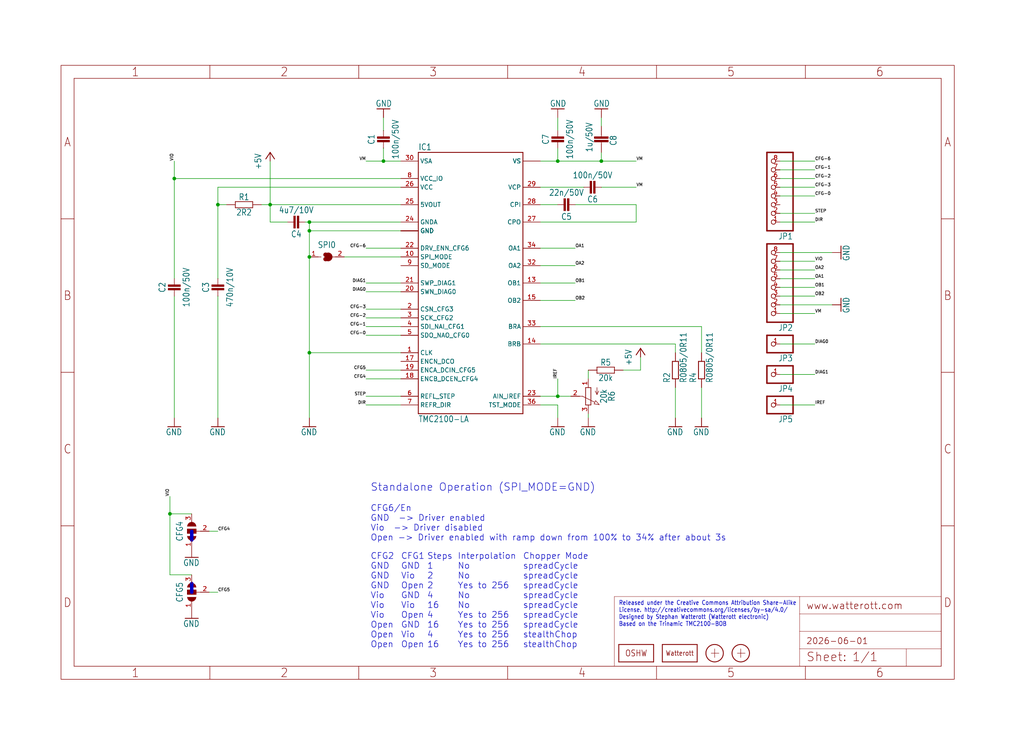
<source format=kicad_sch>
(kicad_sch (version 20230121) (generator eeschema)
  (paper "User" 298.45 217.322)
  (lib_symbols
    (symbol "working-eagle-import:+5V" (power)
      (property "Value" "+5V" (at -2.54 -5.08 90))
      (symbol "+5V_1_0"
        (polyline (pts (xy 0 0) (xy -1.27 -1.905)) (stroke (width 0.254)))
        (polyline (pts (xy 1.27 -1.905) (xy 0 0)) (stroke (width 0.254)))
        (pin power_in line (at 0 -2.54 90) (length 2.54) (name "+5V") (number "1"))
      )
    )
    (symbol "working-eagle-import:C-EUC0603"
      (property "Reference" "C" (at 1.524 0.381 0))
      (symbol "C-EUC0603_1_0"
        (rectangle (start -2.032 -2.032) (end 2.032 -1.524) (fill (type outline)))
        (rectangle (start -2.032 -1.016) (end 2.032 -0.508) (fill (type outline)))
        (polyline (pts (xy 0 -2.54) (xy 0 -2.032)) (stroke (width 0.1524)))
        (polyline (pts (xy 0 0) (xy 0 -0.508)) (stroke (width 0.1524)))
        (pin passive line (at 0 2.54 270) (length 2.54) (name "1") (number "1"))
        (pin passive line (at 0 -5.08 90) (length 2.54) (name "2") (number "2"))
      )
    )
    (symbol "working-eagle-import:CAPACITOR-0402"
      (property "Reference" "C" (at 0 2.54 0))
      (symbol "CAPACITOR-0402_1_0"
        (rectangle (start -0.762 1.778) (end -0.254 -1.778) (fill (type outline)))
        (polyline (pts (xy -2.54 0) (xy -0.762 0)) (stroke (width 0.1524)))
        (polyline (pts (xy 2.54 0) (xy 0.762 0)) (stroke (width 0.1524)))
        (rectangle (start 0.254 1.778) (end 0.762 -1.778) (fill (type outline)))
        (pin passive line (at -2.54 0 0) (length 0) (name "1") (number "1"))
        (pin passive line (at 2.54 0 180) (length 0) (name "2") (number "2"))
      )
    )
    (symbol "working-eagle-import:FRAME-A4L"
      (symbol "FRAME-A4L_1_0"
        (polyline (pts (xy 0 44.7675) (xy 3.81 44.7675)))
        (polyline (pts (xy 0 89.535) (xy 3.81 89.535)))
        (polyline (pts (xy 0 134.3025) (xy 3.81 134.3025)))
        (polyline (pts (xy 3.81 3.81) (xy 3.81 175.26)))
        (polyline (pts (xy 43.3917 0) (xy 43.3917 3.81)))
        (polyline (pts (xy 43.3917 175.26) (xy 43.3917 179.07)))
        (polyline (pts (xy 86.7833 0) (xy 86.7833 3.81)))
        (polyline (pts (xy 86.7833 175.26) (xy 86.7833 179.07)))
        (polyline (pts (xy 130.175 0) (xy 130.175 3.81)))
        (polyline (pts (xy 130.175 175.26) (xy 130.175 179.07)))
        (polyline (pts (xy 161.29 3.81) (xy 161.29 24.13)) (stroke (width 0.1016)))
        (polyline (pts (xy 161.29 24.13) (xy 215.265 24.13)) (stroke (width 0.1016)))
        (polyline (pts (xy 173.5667 0) (xy 173.5667 3.81)))
        (polyline (pts (xy 173.5667 175.26) (xy 173.5667 179.07)))
        (polyline (pts (xy 215.265 8.89) (xy 215.265 3.81)) (stroke (width 0.1016)))
        (polyline (pts (xy 215.265 8.89) (xy 215.265 13.97)) (stroke (width 0.1016)))
        (polyline (pts (xy 215.265 13.97) (xy 215.265 19.05)) (stroke (width 0.1016)))
        (polyline (pts (xy 215.265 13.97) (xy 256.54 13.97)) (stroke (width 0.1016)))
        (polyline (pts (xy 215.265 19.05) (xy 215.265 24.13)) (stroke (width 0.1016)))
        (polyline (pts (xy 215.265 19.05) (xy 256.54 19.05)) (stroke (width 0.1016)))
        (polyline (pts (xy 215.265 24.13) (xy 256.54 24.13)) (stroke (width 0.1016)))
        (polyline (pts (xy 216.9583 0) (xy 216.9583 3.81)))
        (polyline (pts (xy 216.9583 175.26) (xy 216.9583 179.07)))
        (polyline (pts (xy 246.38 3.81) (xy 246.38 8.89)) (stroke (width 0.1016)))
        (polyline (pts (xy 246.38 8.89) (xy 215.265 8.89)) (stroke (width 0.1016)))
        (polyline (pts (xy 246.38 8.89) (xy 256.54 8.89)) (stroke (width 0.1016)))
        (polyline (pts (xy 256.54 3.81) (xy 3.81 3.81)))
        (polyline (pts (xy 256.54 3.81) (xy 256.54 8.89)) (stroke (width 0.1016)))
        (polyline (pts (xy 256.54 3.81) (xy 256.54 175.26)))
        (polyline (pts (xy 256.54 8.89) (xy 256.54 13.97)) (stroke (width 0.1016)))
        (polyline (pts (xy 256.54 13.97) (xy 256.54 19.05)) (stroke (width 0.1016)))
        (polyline (pts (xy 256.54 19.05) (xy 256.54 24.13)) (stroke (width 0.1016)))
        (polyline (pts (xy 256.54 44.7675) (xy 260.35 44.7675)))
        (polyline (pts (xy 256.54 89.535) (xy 260.35 89.535)))
        (polyline (pts (xy 256.54 134.3025) (xy 260.35 134.3025)))
        (polyline (pts (xy 256.54 175.26) (xy 3.81 175.26)))
        (polyline (pts (xy 0 0) (xy 260.35 0) (xy 260.35 179.07) (xy 0 179.07) (xy 0 0)))
        (text "${#}/${##}" (at 230.505 5.08 0) (effects (font (size 2.54 2.54)) (justify left bottom)))
        (text "${CURRENT_DATE}" (at 217.17 10.16 0) (effects (font (size 1.778 1.778)) (justify left bottom)))
        (text "${PROJECTNAME}" (at 217.17 15.24 0) (effects (font (size 1.778 1.778)) (justify left bottom)))
        (text "1" (at 21.6958 1.905 0) (effects (font (size 2.54 2.286))))
        (text "1" (at 21.6958 177.165 0) (effects (font (size 2.54 2.286))))
        (text "2" (at 65.0875 1.905 0) (effects (font (size 2.54 2.286))))
        (text "2" (at 65.0875 177.165 0) (effects (font (size 2.54 2.286))))
        (text "3" (at 108.4792 1.905 0) (effects (font (size 2.54 2.286))))
        (text "3" (at 108.4792 177.165 0) (effects (font (size 2.54 2.286))))
        (text "4" (at 151.8708 1.905 0) (effects (font (size 2.54 2.286))))
        (text "4" (at 151.8708 177.165 0) (effects (font (size 2.54 2.286))))
        (text "5" (at 195.2625 1.905 0) (effects (font (size 2.54 2.286))))
        (text "5" (at 195.2625 177.165 0) (effects (font (size 2.54 2.286))))
        (text "6" (at 238.6542 1.905 0) (effects (font (size 2.54 2.286))))
        (text "6" (at 238.6542 177.165 0) (effects (font (size 2.54 2.286))))
        (text "A" (at 1.905 156.6863 0) (effects (font (size 2.54 2.286))))
        (text "A" (at 258.445 156.6863 0) (effects (font (size 2.54 2.286))))
        (text "B" (at 1.905 111.9188 0) (effects (font (size 2.54 2.286))))
        (text "B" (at 258.445 111.9188 0) (effects (font (size 2.54 2.286))))
        (text "C" (at 1.905 67.1513 0) (effects (font (size 2.54 2.286))))
        (text "C" (at 258.445 67.1513 0) (effects (font (size 2.54 2.286))))
        (text "D" (at 1.905 22.3838 0) (effects (font (size 2.54 2.286))))
        (text "D" (at 258.445 22.3838 0) (effects (font (size 2.54 2.286))))
        (text "Sheet:" (at 217.17 5.08 0) (effects (font (size 2.54 2.54)) (justify left bottom)))
        (text "www.watterott.com" (at 217.17 20.32 0) (effects (font (size 2.032 2.032)) (justify left bottom)))
      )
    )
    (symbol "working-eagle-import:GND" (power)
      (property "Value" "GND" (at -2.54 -2.54 0))
      (symbol "GND_1_0"
        (polyline (pts (xy -1.905 0) (xy 1.905 0)) (stroke (width 0.254)))
        (pin power_in line (at 0 2.54 270) (length 2.54) (name "GND") (number "1"))
      )
    )
    (symbol "working-eagle-import:JUMPER2-0402-NC"
      (property "Reference" "J" (at 0 2.54 0))
      (symbol "JUMPER2-0402-NC_1_0"
        (arc (start -0.381 -0.635) (mid 0.2541 -0.0001) (end -0.3808 0.635) (stroke (width 1.27)))
        (polyline (pts (xy -2.54 0) (xy -1.651 0)) (stroke (width 0.1524)))
        (polyline (pts (xy 2.54 0) (xy 1.651 0)) (stroke (width 0.1524)))
        (arc (start 0.3808 -0.635) (mid 1.0132 -0.0001) (end 0.381 0.635) (stroke (width 1.27)))
        (pin passive line (at -5.08 0 0) (length 2.54) (name "1") (number "1"))
        (pin passive line (at 5.08 0 180) (length 2.54) (name "2") (number "2"))
      )
    )
    (symbol "working-eagle-import:JUMPER3-0201"
      (property "Reference" "J" (at 2.54 0 90))
      (symbol "JUMPER3-0201_1_0"
        (arc (start -1.27 -1.397) (mid 0 -2.6615) (end 1.27 -1.397) (stroke (width 0.0001)) (fill (type outline)))
        (rectangle (start -1.27 -0.635) (end 1.27 0.635) (fill (type outline)))
        (polyline (pts (xy -2.54 0) (xy -1.27 0)) (stroke (width 0.1524)))
        (polyline (pts (xy -1.27 -0.635) (xy -1.27 0)) (stroke (width 0.1524)))
        (polyline (pts (xy -1.27 0) (xy -1.27 0.635)) (stroke (width 0.1524)))
        (polyline (pts (xy -1.27 0.635) (xy 1.27 0.635)) (stroke (width 0.1524)))
        (polyline (pts (xy 1.27 -0.635) (xy -1.27 -0.635)) (stroke (width 0.1524)))
        (polyline (pts (xy 1.27 0.635) (xy 1.27 -0.635)) (stroke (width 0.1524)))
        (arc (start 1.27 1.397) (mid 0 2.6615) (end -1.27 1.397) (stroke (width 0.0001)) (fill (type outline)))
        (pin passive line (at 0 5.08 270) (length 2.54) (name "1") (number "1"))
        (pin passive line (at -5.08 0 0) (length 2.54) (name "2") (number "2"))
        (pin passive line (at 0 -5.08 90) (length 2.54) (name "3") (number "3"))
      )
    )
    (symbol "working-eagle-import:LOGO-S_PLACE_M"
      (symbol "LOGO-S_PLACE_M_1_0"
        (polyline (pts (xy -5.08 -2.54) (xy -5.08 2.54)) (stroke (width 0.254)))
        (polyline (pts (xy -5.08 2.54) (xy 5.08 2.54)) (stroke (width 0.254)))
        (polyline (pts (xy 5.08 -2.54) (xy -5.08 -2.54)) (stroke (width 0.254)))
        (polyline (pts (xy 5.08 2.54) (xy 5.08 -2.54)) (stroke (width 0.254)))
        (text "Watterott" (at 0 0 0) (effects (font (size 1.4224 1.209))))
      )
    )
    (symbol "working-eagle-import:OSHW_LOGOX0070"
      (symbol "OSHW_LOGOX0070_1_0"
        (polyline (pts (xy -5.08 -2.54) (xy -5.08 2.54)) (stroke (width 0.254)))
        (polyline (pts (xy -5.08 2.54) (xy 5.08 2.54)) (stroke (width 0.254)))
        (polyline (pts (xy 5.08 -2.54) (xy -5.08 -2.54)) (stroke (width 0.254)))
        (polyline (pts (xy 5.08 2.54) (xy 5.08 -2.54)) (stroke (width 0.254)))
        (text "OSHW" (at 0 0 0) (effects (font (size 1.778 1.5113))))
      )
    )
    (symbol "working-eagle-import:PASSER-07"
      (symbol "PASSER-07_1_0"
        (polyline (pts (xy -1.016 0) (xy 1.27 0)) (stroke (width 0.127)))
        (polyline (pts (xy 0 1.27) (xy 0 -1.27)) (stroke (width 0.127)))
        (circle (center 0 0) (radius 2.54) (stroke (width 0.254)))
      )
    )
    (symbol "working-eagle-import:PINHD-1X08_2.54-S"
      (property "Reference" "JP" (at -6.35 13.335 0))
      (symbol "PINHD-1X08_2.54-S_1_0"
        (polyline (pts (xy -6.35 -10.16) (xy 1.27 -10.16)) (stroke (width 0.4064)))
        (polyline (pts (xy -6.35 12.7) (xy -6.35 -10.16)) (stroke (width 0.4064)))
        (polyline (pts (xy 1.27 -10.16) (xy 1.27 12.7)) (stroke (width 0.4064)))
        (polyline (pts (xy 1.27 12.7) (xy -6.35 12.7)) (stroke (width 0.4064)))
        (pin passive inverted (at -2.54 10.16 0) (length 2.54) (name "1") (number "1"))
        (pin passive inverted (at -2.54 7.62 0) (length 2.54) (name "2") (number "2"))
        (pin passive inverted (at -2.54 5.08 0) (length 2.54) (name "3") (number "3"))
        (pin passive inverted (at -2.54 2.54 0) (length 2.54) (name "4") (number "4"))
        (pin passive inverted (at -2.54 0 0) (length 2.54) (name "5") (number "5"))
        (pin passive inverted (at -2.54 -2.54 0) (length 2.54) (name "6") (number "6"))
        (pin passive inverted (at -2.54 -5.08 0) (length 2.54) (name "7") (number "7"))
        (pin passive inverted (at -2.54 -7.62 0) (length 2.54) (name "8") (number "8"))
      )
    )
    (symbol "working-eagle-import:PINHD-1X1"
      (property "Reference" "JP" (at -6.35 3.175 0))
      (symbol "PINHD-1X1_1_0"
        (polyline (pts (xy -6.35 -2.54) (xy 1.27 -2.54)) (stroke (width 0.4064)))
        (polyline (pts (xy -6.35 2.54) (xy -6.35 -2.54)) (stroke (width 0.4064)))
        (polyline (pts (xy 1.27 -2.54) (xy 1.27 2.54)) (stroke (width 0.4064)))
        (polyline (pts (xy 1.27 2.54) (xy -6.35 2.54)) (stroke (width 0.4064)))
        (pin passive inverted (at -2.54 0 0) (length 2.54) (name "1") (number "1"))
      )
    )
    (symbol "working-eagle-import:POTEVM3R"
      (property "Reference" "R" (at -5.842 0 90))
      (symbol "POTEVM3R_1_0"
        (polyline (pts (xy -3.1989 2.4495) (xy -1.7018 2.2352)) (stroke (width 0.1524)))
        (polyline (pts (xy -2.54 -2.54) (xy -2.54 -0.508)) (stroke (width 0.1524)))
        (polyline (pts (xy -2.54 -0.508) (xy -3.048 -1.524)) (stroke (width 0.1524)))
        (polyline (pts (xy -2.54 -0.508) (xy -2.032 -1.524)) (stroke (width 0.1524)))
        (polyline (pts (xy -2.1597 1.2939) (xy -3.1989 2.4495)) (stroke (width 0.1524)))
        (polyline (pts (xy -2.1597 1.2939) (xy -1.7018 2.2352)) (stroke (width 0.1524)))
        (polyline (pts (xy -0.762 -2.54) (xy 0.762 -2.54)) (stroke (width 0.2032)))
        (polyline (pts (xy -0.762 2.54) (xy -0.762 -2.54)) (stroke (width 0.2032)))
        (polyline (pts (xy 0.762 -2.54) (xy 0.762 2.54)) (stroke (width 0.2032)))
        (polyline (pts (xy 0.762 2.54) (xy -0.762 2.54)) (stroke (width 0.2032)))
        (polyline (pts (xy 1.651 0) (xy -1.8796 1.7526)) (stroke (width 0.1524)))
        (polyline (pts (xy 2.54 0) (xy 1.651 0)) (stroke (width 0.1524)))
        (pin passive line (at 0 -5.08 90) (length 2.54) (name "A") (number "1"))
        (pin passive line (at 5.08 0 180) (length 2.54) (name "S") (number "2"))
        (pin passive line (at 0 5.08 270) (length 2.54) (name "E") (number "3"))
      )
    )
    (symbol "working-eagle-import:R-EU_M0805"
      (property "Reference" "R" (at -3.81 1.4986 0))
      (symbol "R-EU_M0805_1_0"
        (polyline (pts (xy -2.54 -0.889) (xy -2.54 0.889)) (stroke (width 0.254)))
        (polyline (pts (xy -2.54 -0.889) (xy 2.54 -0.889)) (stroke (width 0.254)))
        (polyline (pts (xy 2.54 -0.889) (xy 2.54 0.889)) (stroke (width 0.254)))
        (polyline (pts (xy 2.54 0.889) (xy -2.54 0.889)) (stroke (width 0.254)))
        (pin passive line (at -5.08 0 0) (length 2.54) (name "1") (number "1"))
        (pin passive line (at 5.08 0 180) (length 2.54) (name "2") (number "2"))
      )
    )
    (symbol "working-eagle-import:RESISTOR-0402"
      (property "Reference" "R" (at 0 1.27 0))
      (symbol "RESISTOR-0402_1_0"
        (polyline (pts (xy -2.54 -0.889) (xy -2.54 0.889)) (stroke (width 0.2032)))
        (polyline (pts (xy -2.54 0.889) (xy 2.54 0.889)) (stroke (width 0.2032)))
        (polyline (pts (xy 2.54 -0.889) (xy -2.54 -0.889)) (stroke (width 0.2032)))
        (polyline (pts (xy 2.54 0.889) (xy 2.54 -0.889)) (stroke (width 0.2032)))
        (pin passive line (at -5.08 0 0) (length 2.54) (name "1") (number "1"))
        (pin passive line (at 5.08 0 180) (length 2.54) (name "2") (number "2"))
      )
    )
    (symbol "working-eagle-import:TMC2100-LA"
      (property "Reference" "IC" (at -15.24 40.64 0))
      (symbol "TMC2100-LA_1_0"
        (polyline (pts (xy -15.24 -38.1) (xy 15.24 -38.1)) (stroke (width 0.254)))
        (polyline (pts (xy -15.24 38.1) (xy -15.24 -38.1)) (stroke (width 0.254)))
        (polyline (pts (xy 15.24 -38.1) (xy 15.24 38.1)) (stroke (width 0.254)))
        (polyline (pts (xy 15.24 38.1) (xy -15.24 38.1)) (stroke (width 0.254)))
        (pin bidirectional line (at -20.32 -20.32 0) (length 5.08) (name "CLK") (number "1"))
        (pin bidirectional line (at -20.32 7.62 0) (length 5.08) (name "SPI_MODE") (number "10"))
        (pin power_in line (at -20.32 15.24 0) (length 5.08) (name "GND") (number "11"))
        (pin power_in line (at -20.32 15.24 0) (length 5.08) (name "GND") (number "12"))
        (pin output line (at 20.32 0 180) (length 5.08) (name "OB1") (number "13"))
        (pin output line (at 20.32 -17.78 180) (length 5.08) (name "BRB") (number "14"))
        (pin output line (at 20.32 -5.08 180) (length 5.08) (name "OB2") (number "15"))
        (pin power_in line (at 20.32 35.56 180) (length 5.08) (name "VS") (number "16"))
        (pin bidirectional line (at -20.32 -22.86 0) (length 5.08) (name "ENCN_DCO") (number "17"))
        (pin bidirectional line (at -20.32 -27.94 0) (length 5.08) (name "ENCB_DCEN_CFG4") (number "18"))
        (pin bidirectional line (at -20.32 -25.4 0) (length 5.08) (name "ENCA_DCIN_CFG5") (number "19"))
        (pin bidirectional line (at -20.32 -7.62 0) (length 5.08) (name "CSN_CFG3") (number "2"))
        (pin bidirectional line (at -20.32 -2.54 0) (length 5.08) (name "SWN_DIAG0") (number "20"))
        (pin bidirectional line (at -20.32 0 0) (length 5.08) (name "SWP_DIAG1") (number "21"))
        (pin bidirectional line (at -20.32 10.16 0) (length 5.08) (name "DRV_ENN_CFG6") (number "22"))
        (pin passive line (at 20.32 -33.02 180) (length 5.08) (name "AIN_IREF") (number "23"))
        (pin power_in line (at -20.32 17.78 0) (length 5.08) (name "GNDA") (number "24"))
        (pin power_in line (at -20.32 22.86 0) (length 5.08) (name "5VOUT") (number "25"))
        (pin power_in line (at -20.32 27.94 0) (length 5.08) (name "VCC") (number "26"))
        (pin passive line (at 20.32 17.78 180) (length 5.08) (name "CPO") (number "27"))
        (pin passive line (at 20.32 22.86 180) (length 5.08) (name "CPI") (number "28"))
        (pin passive line (at 20.32 27.94 180) (length 5.08) (name "VCP") (number "29"))
        (pin bidirectional line (at -20.32 -10.16 0) (length 5.08) (name "SCK_CFG2") (number "3"))
        (pin power_in line (at -20.32 35.56 0) (length 5.08) (name "VSA") (number "30"))
        (pin power_in line (at 20.32 35.56 180) (length 5.08) (name "VS") (number "31"))
        (pin output line (at 20.32 5.08 180) (length 5.08) (name "OA2") (number "32"))
        (pin output line (at 20.32 -12.7 180) (length 5.08) (name "BRA") (number "33"))
        (pin output line (at 20.32 10.16 180) (length 5.08) (name "OA1") (number "34"))
        (pin power_in line (at -20.32 15.24 0) (length 5.08) (name "GND") (number "35"))
        (pin bidirectional line (at 20.32 -35.56 180) (length 5.08) (name "TST_MODE") (number "36"))
        (pin bidirectional line (at -20.32 -12.7 0) (length 5.08) (name "SDI_NAI_CFG1") (number "4"))
        (pin bidirectional line (at -20.32 -15.24 0) (length 5.08) (name "SDO_NAO_CFG0") (number "5"))
        (pin bidirectional line (at -20.32 -33.02 0) (length 5.08) (name "REFL_STEP") (number "6"))
        (pin bidirectional line (at -20.32 -35.56 0) (length 5.08) (name "REFR_DIR") (number "7"))
        (pin power_in line (at -20.32 30.48 0) (length 5.08) (name "VCC_IO") (number "8"))
        (pin bidirectional line (at -20.32 5.08 0) (length 5.08) (name "SD_MODE") (number "9"))
        (pin power_in line (at -20.32 15.24 0) (length 5.08) (name "GND") (number "TP"))
      )
    )
  )
  (junction (at 49.53 149.86))
  (junction (at 63.5 59.69))
  (junction (at 90.17 74.93))
  (junction (at 162.56 115.57))
  (junction (at 90.17 102.87))
  (junction (at 162.56 46.99))
  (junction (at 111.76 46.99))
  (junction (at 90.17 67.31))
  (junction (at 175.26 46.99))
  (junction (at 90.17 64.77))
  (junction (at 78.74 59.69))
  (junction (at 50.8 52.07))
  (wire (pts (xy 227.33 64.77) (xy 237.49 64.77)) (stroke (width 0.1524)))
  (wire (pts (xy 50.8 86.36) (xy 50.8 121.92)) (stroke (width 0.1524)))
  (wire (pts (xy 227.33 78.74) (xy 237.49 78.74)) (stroke (width 0.1524)))
  (wire (pts (xy 63.5 81.28) (xy 63.5 59.69)) (stroke (width 0.1524)))
  (wire (pts (xy 50.8 52.07) (xy 50.8 46.99)) (stroke (width 0.1524)))
  (wire (pts (xy 66.04 59.69) (xy 63.5 59.69)) (stroke (width 0.1524)))
  (wire (pts (xy 175.26 54.61) (xy 185.42 54.61)) (stroke (width 0.1524)))
  (wire (pts (xy 227.33 83.82) (xy 237.49 83.82)) (stroke (width 0.1524)))
  (wire (pts (xy 55.88 149.86) (xy 49.53 149.86)) (stroke (width 0.1524)))
  (wire (pts (xy 116.84 64.77) (xy 90.17 64.77)) (stroke (width 0.1524)))
  (wire (pts (xy 157.48 82.55) (xy 167.64 82.55)) (stroke (width 0.1524)))
  (wire (pts (xy 157.48 95.25) (xy 204.47 95.25)) (stroke (width 0.1524)))
  (wire (pts (xy 116.84 115.57) (xy 106.68 115.57)) (stroke (width 0.1524)))
  (wire (pts (xy 227.33 73.66) (xy 242.57 73.66)) (stroke (width 0.1524)))
  (wire (pts (xy 157.48 87.63) (xy 167.64 87.63)) (stroke (width 0.1524)))
  (wire (pts (xy 157.48 72.39) (xy 167.64 72.39)) (stroke (width 0.1524)))
  (wire (pts (xy 171.45 110.49) (xy 171.45 107.95)) (stroke (width 0.1524)))
  (wire (pts (xy 157.48 54.61) (xy 170.18 54.61)) (stroke (width 0.1524)))
  (wire (pts (xy 227.33 76.2) (xy 237.49 76.2)) (stroke (width 0.1524)))
  (wire (pts (xy 157.48 100.33) (xy 196.85 100.33)) (stroke (width 0.1524)))
  (wire (pts (xy 162.56 46.99) (xy 162.56 43.18)) (stroke (width 0.1524)))
  (wire (pts (xy 237.49 57.15) (xy 227.33 57.15)) (stroke (width 0.1524)))
  (polyline (pts (xy 55.88 157.48) (xy 55.88 154.94)) (stroke (width 1.016) (type solid)))
  (wire (pts (xy 162.56 38.1) (xy 162.56 34.29)) (stroke (width 0.1524)))
  (wire (pts (xy 83.82 64.77) (xy 78.74 64.77)) (stroke (width 0.1524)))
  (wire (pts (xy 175.26 46.99) (xy 185.42 46.99)) (stroke (width 0.1524)))
  (wire (pts (xy 185.42 64.77) (xy 185.42 59.69)) (stroke (width 0.1524)))
  (wire (pts (xy 116.84 118.11) (xy 106.68 118.11)) (stroke (width 0.1524)))
  (polyline (pts (xy 55.88 172.72) (xy 55.88 170.18)) (stroke (width 1.016) (type solid)))
  (wire (pts (xy 88.9 64.77) (xy 90.17 64.77)) (stroke (width 0.1524)))
  (wire (pts (xy 204.47 121.92) (xy 204.47 113.03)) (stroke (width 0.1524)))
  (wire (pts (xy 227.33 54.61) (xy 237.49 54.61)) (stroke (width 0.1524)))
  (wire (pts (xy 78.74 59.69) (xy 116.84 59.69)) (stroke (width 0.1524)))
  (wire (pts (xy 227.33 49.53) (xy 237.49 49.53)) (stroke (width 0.1524)))
  (wire (pts (xy 227.33 91.44) (xy 237.49 91.44)) (stroke (width 0.1524)))
  (wire (pts (xy 60.96 172.72) (xy 63.5 172.72)) (stroke (width 0.1524)))
  (wire (pts (xy 111.76 34.29) (xy 111.76 38.1)) (stroke (width 0.1524)))
  (wire (pts (xy 90.17 67.31) (xy 90.17 74.93)) (stroke (width 0.1524)))
  (wire (pts (xy 63.5 59.69) (xy 63.5 54.61)) (stroke (width 0.1524)))
  (wire (pts (xy 227.33 86.36) (xy 237.49 86.36)) (stroke (width 0.1524)))
  (wire (pts (xy 175.26 44.45) (xy 175.26 46.99)) (stroke (width 0.1524)))
  (wire (pts (xy 116.84 72.39) (xy 106.68 72.39)) (stroke (width 0.1524)))
  (wire (pts (xy 157.48 59.69) (xy 162.56 59.69)) (stroke (width 0.1524)))
  (wire (pts (xy 157.48 118.11) (xy 162.56 118.11)) (stroke (width 0.1524)))
  (wire (pts (xy 78.74 59.69) (xy 76.2 59.69)) (stroke (width 0.1524)))
  (wire (pts (xy 227.33 100.33) (xy 237.49 100.33)) (stroke (width 0.1524)))
  (wire (pts (xy 116.84 52.07) (xy 50.8 52.07)) (stroke (width 0.1524)))
  (wire (pts (xy 227.33 52.07) (xy 237.49 52.07)) (stroke (width 0.1524)))
  (wire (pts (xy 116.84 85.09) (xy 106.68 85.09)) (stroke (width 0.1524)))
  (wire (pts (xy 111.76 43.18) (xy 111.76 46.99)) (stroke (width 0.1524)))
  (wire (pts (xy 116.84 46.99) (xy 111.76 46.99)) (stroke (width 0.1524)))
  (wire (pts (xy 157.48 64.77) (xy 185.42 64.77)) (stroke (width 0.1524)))
  (wire (pts (xy 227.33 88.9) (xy 242.57 88.9)) (stroke (width 0.1524)))
  (wire (pts (xy 175.26 36.83) (xy 175.26 34.29)) (stroke (width 0.1524)))
  (wire (pts (xy 185.42 59.69) (xy 167.64 59.69)) (stroke (width 0.1524)))
  (wire (pts (xy 166.37 115.57) (xy 162.56 115.57)) (stroke (width 0.1524)))
  (wire (pts (xy 162.56 118.11) (xy 162.56 121.92)) (stroke (width 0.1524)))
  (wire (pts (xy 50.8 52.07) (xy 50.8 81.28)) (stroke (width 0.1524)))
  (wire (pts (xy 63.5 86.36) (xy 63.5 121.92)) (stroke (width 0.1524)))
  (wire (pts (xy 186.69 104.14) (xy 186.69 107.95)) (stroke (width 0.1524)))
  (wire (pts (xy 186.69 107.95) (xy 181.61 107.95)) (stroke (width 0.1524)))
  (wire (pts (xy 78.74 64.77) (xy 78.74 59.69)) (stroke (width 0.1524)))
  (wire (pts (xy 162.56 115.57) (xy 157.48 115.57)) (stroke (width 0.1524)))
  (wire (pts (xy 78.74 59.69) (xy 78.74 46.99)) (stroke (width 0.1524)))
  (wire (pts (xy 116.84 74.93) (xy 100.33 74.93)) (stroke (width 0.1524)))
  (wire (pts (xy 116.84 102.87) (xy 90.17 102.87)) (stroke (width 0.1524)))
  (wire (pts (xy 196.85 100.33) (xy 196.85 102.87)) (stroke (width 0.1524)))
  (wire (pts (xy 227.33 62.23) (xy 237.49 62.23)) (stroke (width 0.1524)))
  (wire (pts (xy 116.84 54.61) (xy 63.5 54.61)) (stroke (width 0.1524)))
  (wire (pts (xy 162.56 46.99) (xy 175.26 46.99)) (stroke (width 0.1524)))
  (wire (pts (xy 116.84 110.49) (xy 106.68 110.49)) (stroke (width 0.1524)))
  (wire (pts (xy 162.56 115.57) (xy 162.56 110.49)) (stroke (width 0.1524)))
  (wire (pts (xy 196.85 121.92) (xy 196.85 113.03)) (stroke (width 0.1524)))
  (wire (pts (xy 90.17 102.87) (xy 90.17 74.93)) (stroke (width 0.1524)))
  (wire (pts (xy 116.84 107.95) (xy 106.68 107.95)) (stroke (width 0.1524)))
  (wire (pts (xy 49.53 167.64) (xy 49.53 149.86)) (stroke (width 0.1524)))
  (wire (pts (xy 237.49 118.11) (xy 227.33 118.11)) (stroke (width 0.1524)))
  (wire (pts (xy 106.68 97.79) (xy 116.84 97.79)) (stroke (width 0.1524)))
  (wire (pts (xy 49.53 149.86) (xy 49.53 144.78)) (stroke (width 0.1524)))
  (wire (pts (xy 227.33 109.22) (xy 237.49 109.22)) (stroke (width 0.1524)))
  (wire (pts (xy 116.84 82.55) (xy 106.68 82.55)) (stroke (width 0.1524)))
  (wire (pts (xy 116.84 92.71) (xy 106.68 92.71)) (stroke (width 0.1524)))
  (wire (pts (xy 227.33 81.28) (xy 237.49 81.28)) (stroke (width 0.1524)))
  (wire (pts (xy 111.76 46.99) (xy 106.68 46.99)) (stroke (width 0.1524)))
  (wire (pts (xy 227.33 46.99) (xy 237.49 46.99)) (stroke (width 0.1524)))
  (wire (pts (xy 116.84 90.17) (xy 106.68 90.17)) (stroke (width 0.1524)))
  (wire (pts (xy 157.48 77.47) (xy 167.64 77.47)) (stroke (width 0.1524)))
  (wire (pts (xy 116.84 95.25) (xy 106.68 95.25)) (stroke (width 0.1524)))
  (wire (pts (xy 63.5 154.94) (xy 60.96 154.94)) (stroke (width 0.1524)))
  (wire (pts (xy 90.17 102.87) (xy 90.17 121.92)) (stroke (width 0.1524)))
  (wire (pts (xy 204.47 95.25) (xy 204.47 102.87)) (stroke (width 0.1524)))
  (wire (pts (xy 171.45 121.92) (xy 171.45 120.65)) (stroke (width 0.1524)))
  (wire (pts (xy 55.88 167.64) (xy 49.53 167.64)) (stroke (width 0.1524)))
  (wire (pts (xy 90.17 67.31) (xy 116.84 67.31)) (stroke (width 0.1524)))
  (wire (pts (xy 157.48 46.99) (xy 162.56 46.99)) (stroke (width 0.1524)))
  (wire (pts (xy 90.17 64.77) (xy 90.17 67.31)) (stroke (width 0.1524)))
  (text "Standalone Operation (SPI_MODE=GND)" (at 107.95 140.97 0) (effects (font (size 2.1844 2.1844)) (justify left top)))
  (text "Released under the Creative Commons Attribution Share-Alike\nLicense. http://creativecommons.org/licenses/by-sa/4.0/\nDesigned by Stephan Watterott (Watterott electronic)\nBased on the Trinamic TMC2100-BOB" (at 180.34 175.26 0) (effects (font (size 1.27 1.0795)) (justify left top)))
  (text "Interpolation\nNo\nNo\nYes to 256\nNo\nNo\nYes to 256\nYes to 256\nYes to 256\nYes to 256" (at 133.35 161.29 0) (effects (font (size 1.778 1.778)) (justify left top)))
  (text "Steps\n1\n2\n2\n4\n16\n4\n16\n4\n16" (at 124.46 161.29 0) (effects (font (size 1.778 1.778)) (justify left top)))
  (text "CFG6/En\nGND  -> Driver enabled\nVio  -> Driver disabled\nOpen -> Driver enabled with ramp down from 100% to 34% after about 3s" (at 107.95 147.32 0) (effects (font (size 1.778 1.778)) (justify left top)))
  (text "Chopper Mode\nspreadCycle\nspreadCycle\nspreadCycle\nspreadCycle\nspreadCycle\nspreadCycle\nspreadCycle\nstealthChop\nstealthChop" (at 152.4 161.29 0) (effects (font (size 1.778 1.778)) (justify left top)))
  (text "CFG1\nGND\nVio\nOpen\nGND\nVio\nOpen\nGND\nVio\nOpen" (at 116.84 161.29 0) (effects (font (size 1.778 1.778)) (justify left top)))
  (text "CFG2\nGND\nGND\nGND\nVio\nVio\nVio\nOpen\nOpen\nOpen" (at 107.95 161.29 0) (effects (font (size 1.778 1.778)) (justify left top)))
  (label "DIAG1" (at 237.49 109.22 0) (effects (font (size 0.889 0.889))))
  (label "CFG-2" (at 106.68 92.71 180) (effects (font (size 0.889 0.889))))
  (label "CFG-0" (at 237.49 57.15 0) (effects (font (size 0.889 0.889))))
  (label "DIR" (at 106.68 118.11 180) (effects (font (size 0.889 0.889))))
  (label "DIAG0" (at 237.49 100.33 0) (effects (font (size 0.889 0.889))))
  (label "DIR" (at 237.49 64.77 0) (effects (font (size 0.889 0.889))))
  (label "OB1" (at 237.49 83.82 0) (effects (font (size 0.889 0.889))))
  (label "STEP" (at 237.49 62.23 0) (effects (font (size 0.889 0.889))))
  (label "CFG-2" (at 237.49 52.07 0) (effects (font (size 0.889 0.889))))
  (label "DIAG0" (at 106.68 85.09 180) (effects (font (size 0.889 0.889))))
  (label "CFG5" (at 63.5 172.72 0) (effects (font (size 0.889 0.889))))
  (label "VM" (at 185.42 54.61 0) (effects (font (size 0.889 0.889))))
  (label "CFG4" (at 63.5 154.94 0) (effects (font (size 0.889 0.889))))
  (label "CFG-1" (at 106.68 95.25 180) (effects (font (size 0.889 0.889))))
  (label "CFG-6" (at 106.68 72.39 180) (effects (font (size 0.889 0.889))))
  (label "CFG-0" (at 106.68 97.79 180) (effects (font (size 0.889 0.889))))
  (label "VM" (at 237.49 91.44 0) (effects (font (size 0.889 0.889))))
  (label "VM" (at 185.42 46.99 0) (effects (font (size 0.889 0.889))))
  (label "DIAG1" (at 106.68 82.55 180) (effects (font (size 0.889 0.889))))
  (label "VIO" (at 237.49 76.2 0) (effects (font (size 0.889 0.889))))
  (label "OB2" (at 167.64 87.63 0) (effects (font (size 0.889 0.889))))
  (label "STEP" (at 106.68 115.57 180) (effects (font (size 0.889 0.889))))
  (label "CFG-1" (at 237.49 49.53 0) (effects (font (size 0.889 0.889))))
  (label "CFG-6" (at 237.49 46.99 0) (effects (font (size 0.889 0.889))))
  (label "OB1" (at 167.64 82.55 0) (effects (font (size 0.889 0.889))))
  (label "VIO" (at 49.53 144.78 90) (effects (font (size 0.889 0.889))))
  (label "CFG5" (at 106.68 107.95 180) (effects (font (size 0.889 0.889))))
  (label "OA2" (at 167.64 77.47 0) (effects (font (size 0.889 0.889))))
  (label "CFG-3" (at 237.49 54.61 0) (effects (font (size 0.889 0.889))))
  (label "IREF" (at 162.56 110.49 90) (effects (font (size 0.889 0.889))))
  (label "CFG4" (at 106.68 110.49 180) (effects (font (size 0.889 0.889))))
  (label "OA1" (at 167.64 72.39 0) (effects (font (size 0.889 0.889))))
  (label "VM" (at 106.68 46.99 180) (effects (font (size 0.889 0.889))))
  (label "VIO" (at 50.8 46.99 90) (effects (font (size 0.889 0.889))))
  (label "IREF" (at 237.49 118.11 0) (effects (font (size 0.889 0.889))))
  (label "OA1" (at 237.49 81.28 0) (effects (font (size 0.889 0.889))))
  (label "OA2" (at 237.49 78.74 0) (effects (font (size 0.889 0.889))))
  (label "OB2" (at 237.49 86.36 0) (effects (font (size 0.889 0.889))))
  (label "CFG-3" (at 106.68 90.17 180) (effects (font (size 0.889 0.889))))
  (symbol (lib_id "working-eagle-import:PASSER-07") (at 208.28 190.5 0) (unit 1)
    (property "Reference" "X1" (effects hide))
    (property "Value" "PASSER-07" (effects hide))
    (property "Footprint" "working:PASSER_07MM" (effects hide))
  )
  (symbol (lib_id "working-eagle-import:GND") (at 204.47 124.46 0) (unit 1)
    (property "Reference" "#GND11" (effects hide))
    (property "Value" "GND" (at 201.93 127 0) (effects (font (size 1.778 1.5113)) (justify left bottom)))
  )
  (symbol (lib_id "working-eagle-import:GND") (at 55.88 162.56 0) (unit 1)
    (property "Reference" "#GND15" (effects hide))
    (property "Value" "GND" (at 53.34 165.1 0) (effects (font (size 1.778 1.5113)) (justify left bottom)))
  )
  (symbol (lib_id "working-eagle-import:JUMPER3-0201") (at 55.88 172.72 180) (unit 1)
    (property "Reference" "CFG5" (at 53.34 172.72 90) (effects (font (size 1.778 1.5113)) (justify top)))
    (property "Value" "JUMPER3-0201" (effects hide))
    (property "Footprint" "working:JUMPER3-0201" (effects hide))
  )
  (symbol (lib_id "working-eagle-import:TMC2100-LA") (at 137.16 82.55 0) (unit 1)
    (property "Reference" "IC1" (at 121.92 41.91 0) (effects (font (size 1.778 1.5113)) (justify left top)))
    (property "Value" "TMC2100-LA" (at 121.92 123.19 0) (effects (font (size 1.778 1.5113)) (justify left bottom)))
    (property "Footprint" "working:QFN36-PAD" (effects hide))
  )
  (symbol (lib_id "working-eagle-import:CAPACITOR-0402") (at 172.72 54.61 180) (unit 1)
    (property "Reference" "C6" (at 172.72 57.15 0) (effects (font (size 1.778 1.5113)) (justify bottom)))
    (property "Value" "100n/50V" (at 172.72 52.07 0) (effects (font (size 1.778 1.5113)) (justify top)))
    (property "Footprint" "working:C0402" (effects hide))
  )
  (symbol (lib_id "working-eagle-import:PINHD-1X1") (at 224.79 118.11 180) (unit 1)
    (property "Reference" "JP5" (at 231.14 121.285 0) (effects (font (size 1.778 1.5113)) (justify left bottom)))
    (property "Value" "PINHD-1X1" (effects hide))
    (property "Footprint" "working:1X01" (effects hide))
  )
  (symbol (lib_id "working-eagle-import:CAPACITOR-0402") (at 111.76 40.64 90) (unit 1)
    (property "Reference" "C1" (at 109.22 40.64 0) (effects (font (size 1.778 1.5113)) (justify bottom)))
    (property "Value" "100n/50V" (at 114.3 40.64 0) (effects (font (size 1.778 1.5113)) (justify top)))
    (property "Footprint" "working:C0402" (effects hide))
  )
  (symbol (lib_id "working-eagle-import:GND") (at 171.45 124.46 0) (unit 1)
    (property "Reference" "#GND13" (effects hide))
    (property "Value" "GND" (at 168.91 127 0) (effects (font (size 1.778 1.5113)) (justify left bottom)))
  )
  (symbol (lib_id "working-eagle-import:RESISTOR-0402") (at 71.12 59.69 0) (unit 1)
    (property "Reference" "R1" (at 71.12 58.42 0) (effects (font (size 1.778 1.5113)) (justify bottom)))
    (property "Value" "2R2" (at 71.12 60.96 0) (effects (font (size 1.778 1.5113)) (justify top)))
    (property "Footprint" "working:C0402" (effects hide))
  )
  (symbol (lib_id "working-eagle-import:GND") (at 196.85 124.46 0) (unit 1)
    (property "Reference" "#GND10" (effects hide))
    (property "Value" "GND" (at 194.31 127 0) (effects (font (size 1.778 1.5113)) (justify left bottom)))
  )
  (symbol (lib_id "working-eagle-import:CAPACITOR-0402") (at 162.56 40.64 90) (unit 1)
    (property "Reference" "C7" (at 160.02 40.64 0) (effects (font (size 1.778 1.5113)) (justify bottom)))
    (property "Value" "100n/50V" (at 165.1 40.64 0) (effects (font (size 1.778 1.5113)) (justify top)))
    (property "Footprint" "working:C0402" (effects hide))
  )
  (symbol (lib_id "working-eagle-import:PASSER-07") (at 215.9 190.5 0) (unit 1)
    (property "Reference" "X2" (effects hide))
    (property "Value" "PASSER-07" (effects hide))
    (property "Footprint" "working:PASSER_07MM" (effects hide))
  )
  (symbol (lib_id "working-eagle-import:R-EU_M0805") (at 196.85 107.95 90) (unit 1)
    (property "Reference" "R2" (at 195.3514 111.76 0) (effects (font (size 1.778 1.5113)) (justify left bottom)))
    (property "Value" "R0805/0R11" (at 200.152 111.76 0) (effects (font (size 1.778 1.5113)) (justify left bottom)))
    (property "Footprint" "working:M0805" (effects hide))
  )
  (symbol (lib_id "working-eagle-import:OSHW_LOGOX0070") (at 185.42 190.5 0) (unit 1)
    (property "Reference" "LOGO1" (effects hide))
    (property "Value" "OSHW_LOGOX0070" (effects hide))
    (property "Footprint" "working:OSHW_6X70" (effects hide))
  )
  (symbol (lib_id "working-eagle-import:PINHD-1X08_2.54-S") (at 224.79 81.28 180) (unit 1)
    (property "Reference" "JP2" (at 231.14 94.615 0) (effects (font (size 1.778 1.5113)) (justify left bottom)))
    (property "Value" "PINHD-1X08_2.54-S" (effects hide))
    (property "Footprint" "working:1X08-S" (effects hide))
  )
  (symbol (lib_id "working-eagle-import:GND") (at 111.76 31.75 180) (unit 1)
    (property "Reference" "#GND1" (effects hide))
    (property "Value" "GND" (at 114.3 29.21 0) (effects (font (size 1.778 1.5113)) (justify left bottom)))
  )
  (symbol (lib_id "working-eagle-import:JUMPER2-0402-NC") (at 95.25 74.93 0) (unit 1)
    (property "Reference" "SPI0" (at 95.25 72.39 0) (effects (font (size 1.778 1.5113)) (justify bottom)))
    (property "Value" "JUMPER2-0402-NC" (effects hide))
    (property "Footprint" "working:JUMPER2-0402_NC" (effects hide))
  )
  (symbol (lib_id "working-eagle-import:CAPACITOR-0402") (at 165.1 59.69 180) (unit 1)
    (property "Reference" "C5" (at 165.1 62.23 0) (effects (font (size 1.778 1.5113)) (justify bottom)))
    (property "Value" "22n/50V" (at 165.1 57.15 0) (effects (font (size 1.778 1.5113)) (justify top)))
    (property "Footprint" "working:C0402" (effects hide))
  )
  (symbol (lib_id "working-eagle-import:GND") (at 245.11 88.9 90) (unit 1)
    (property "Reference" "#GND2" (effects hide))
    (property "Value" "GND" (at 247.65 91.44 0) (effects (font (size 1.778 1.5113)) (justify left bottom)))
  )
  (symbol (lib_id "working-eagle-import:GND") (at 63.5 124.46 0) (unit 1)
    (property "Reference" "#GND6" (effects hide))
    (property "Value" "GND" (at 60.96 127 0) (effects (font (size 1.778 1.5113)) (justify left bottom)))
  )
  (symbol (lib_id "working-eagle-import:R-EU_M0805") (at 204.47 107.95 90) (unit 1)
    (property "Reference" "R4" (at 202.9714 111.76 0) (effects (font (size 1.778 1.5113)) (justify left bottom)))
    (property "Value" "R0805/0R11" (at 207.772 111.76 0) (effects (font (size 1.778 1.5113)) (justify left bottom)))
    (property "Footprint" "working:M0805" (effects hide))
  )
  (symbol (lib_id "working-eagle-import:JUMPER3-0201") (at 55.88 154.94 180) (unit 1)
    (property "Reference" "CFG4" (at 53.34 154.94 90) (effects (font (size 1.778 1.5113)) (justify top)))
    (property "Value" "JUMPER3-0201" (effects hide))
    (property "Footprint" "working:JUMPER3-0201" (effects hide))
  )
  (symbol (lib_id "working-eagle-import:+5V") (at 186.69 101.6 0) (unit 1)
    (property "Reference" "#P+2" (effects hide))
    (property "Value" "+5V" (at 184.15 106.68 90) (effects (font (size 1.778 1.5113)) (justify left bottom)))
  )
  (symbol (lib_id "working-eagle-import:PINHD-1X1") (at 224.79 109.22 180) (unit 1)
    (property "Reference" "JP4" (at 231.14 112.395 0) (effects (font (size 1.778 1.5113)) (justify left bottom)))
    (property "Value" "PINHD-1X1" (effects hide))
    (property "Footprint" "working:1X01" (effects hide))
  )
  (symbol (lib_id "working-eagle-import:GND") (at 162.56 124.46 0) (unit 1)
    (property "Reference" "#GND12" (effects hide))
    (property "Value" "GND" (at 160.02 127 0) (effects (font (size 1.778 1.5113)) (justify left bottom)))
  )
  (symbol (lib_id "working-eagle-import:CAPACITOR-0402") (at 86.36 64.77 180) (unit 1)
    (property "Reference" "C4" (at 86.36 67.31 0) (effects (font (size 1.778 1.5113)) (justify bottom)))
    (property "Value" "4u7/10V" (at 86.36 62.23 0) (effects (font (size 1.778 1.5113)) (justify top)))
    (property "Footprint" "working:C0402" (effects hide))
  )
  (symbol (lib_id "working-eagle-import:GND") (at 162.56 31.75 180) (unit 1)
    (property "Reference" "#GND8" (effects hide))
    (property "Value" "GND" (at 165.1 29.21 0) (effects (font (size 1.778 1.5113)) (justify left bottom)))
  )
  (symbol (lib_id "working-eagle-import:CAPACITOR-0402") (at 50.8 83.82 90) (unit 1)
    (property "Reference" "C2" (at 48.26 83.82 0) (effects (font (size 1.778 1.5113)) (justify bottom)))
    (property "Value" "100n/50V" (at 53.34 83.82 0) (effects (font (size 1.778 1.5113)) (justify top)))
    (property "Footprint" "working:C0402" (effects hide))
  )
  (symbol (lib_id "working-eagle-import:RESISTOR-0402") (at 176.53 107.95 0) (unit 1)
    (property "Reference" "R5" (at 176.53 106.68 0) (effects (font (size 1.778 1.5113)) (justify bottom)))
    (property "Value" "20k" (at 176.53 109.22 0) (effects (font (size 1.778 1.5113)) (justify top)))
    (property "Footprint" "working:C0402" (effects hide))
  )
  (symbol (lib_id "working-eagle-import:C-EUC0603") (at 175.26 41.91 180) (unit 1)
    (property "Reference" "C8" (at 177.8 39.37 90) (effects (font (size 1.778 1.5113)) (justify left bottom)))
    (property "Value" "1u/50V" (at 172.72 44.45 90) (effects (font (size 1.778 1.5113)) (justify right top)))
    (property "Footprint" "working:C0603" (effects hide))
  )
  (symbol (lib_id "working-eagle-import:PINHD-1X08_2.54-S") (at 224.79 54.61 180) (unit 1)
    (property "Reference" "JP1" (at 231.14 67.945 0) (effects (font (size 1.778 1.5113)) (justify left bottom)))
    (property "Value" "PINHD-1X08_2.54-S" (effects hide))
    (property "Footprint" "working:1X08-S" (effects hide))
  )
  (symbol (lib_id "working-eagle-import:CAPACITOR-0402") (at 63.5 83.82 90) (unit 1)
    (property "Reference" "C3" (at 60.96 83.82 0) (effects (font (size 1.778 1.5113)) (justify bottom)))
    (property "Value" "470n/10V" (at 66.04 83.82 0) (effects (font (size 1.778 1.5113)) (justify top)))
    (property "Footprint" "working:C0402" (effects hide))
  )
  (symbol (lib_id "working-eagle-import:+5V") (at 78.74 44.45 0) (unit 1)
    (property "Reference" "#P+1" (effects hide))
    (property "Value" "+5V" (at 76.2 49.53 90) (effects (font (size 1.778 1.5113)) (justify left bottom)))
  )
  (symbol (lib_id "working-eagle-import:PINHD-1X1") (at 224.79 100.33 180) (unit 1)
    (property "Reference" "JP3" (at 231.14 103.505 0) (effects (font (size 1.778 1.5113)) (justify left bottom)))
    (property "Value" "PINHD-1X1" (effects hide))
    (property "Footprint" "working:1X01" (effects hide))
  )
  (symbol (lib_id "working-eagle-import:GND") (at 50.8 124.46 0) (unit 1)
    (property "Reference" "#GND7" (effects hide))
    (property "Value" "GND" (at 48.26 127 0) (effects (font (size 1.778 1.5113)) (justify left bottom)))
  )
  (symbol (lib_id "working-eagle-import:GND") (at 245.11 73.66 90) (unit 1)
    (property "Reference" "#GND3" (effects hide))
    (property "Value" "GND" (at 247.65 76.2 0) (effects (font (size 1.778 1.5113)) (justify left bottom)))
  )
  (symbol (lib_id "working-eagle-import:POTEVM3R") (at 171.45 115.57 180) (unit 1)
    (property "Reference" "R6" (at 177.292 115.57 90) (effects (font (size 1.778 1.5113)) (justify bottom)))
    (property "Value" "20k" (at 175.006 115.57 90) (effects (font (size 1.778 1.5113)) (justify bottom)))
    (property "Footprint" "working:POT_EVM3R" (effects hide))
  )
  (symbol (lib_id "working-eagle-import:GND") (at 55.88 180.34 0) (unit 1)
    (property "Reference" "#GND16" (effects hide))
    (property "Value" "GND" (at 53.34 182.88 0) (effects (font (size 1.778 1.5113)) (justify left bottom)))
  )
  (symbol (lib_id "working-eagle-import:GND") (at 175.26 31.75 180) (unit 1)
    (property "Reference" "#GND14" (effects hide))
    (property "Value" "GND" (at 177.8 29.21 0) (effects (font (size 1.778 1.5113)) (justify left bottom)))
  )
  (symbol (lib_id "working-eagle-import:LOGO-S_PLACE_M") (at 198.12 190.5 0) (unit 1)
    (property "Reference" "LOGO2" (effects hide))
    (property "Value" "LOGO-S_PLACE_M" (effects hide))
    (property "Footprint" "working:SPARK_TPLACE_M" (effects hide))
  )
  (symbol (lib_id "working-eagle-import:GND") (at 90.17 124.46 0) (unit 1)
    (property "Reference" "#GND17" (effects hide))
    (property "Value" "GND" (at 87.63 127 0) (effects (font (size 1.778 1.5113)) (justify left bottom)))
  )
  (symbol (lib_id "working-eagle-import:FRAME-A4L") (at 17.78 198.12 0) (unit 1)
    (property "Reference" "#FRAME1" (effects hide))
    (property "Value" "FRAME-A4L" (effects hide))
  )
)
</source>
